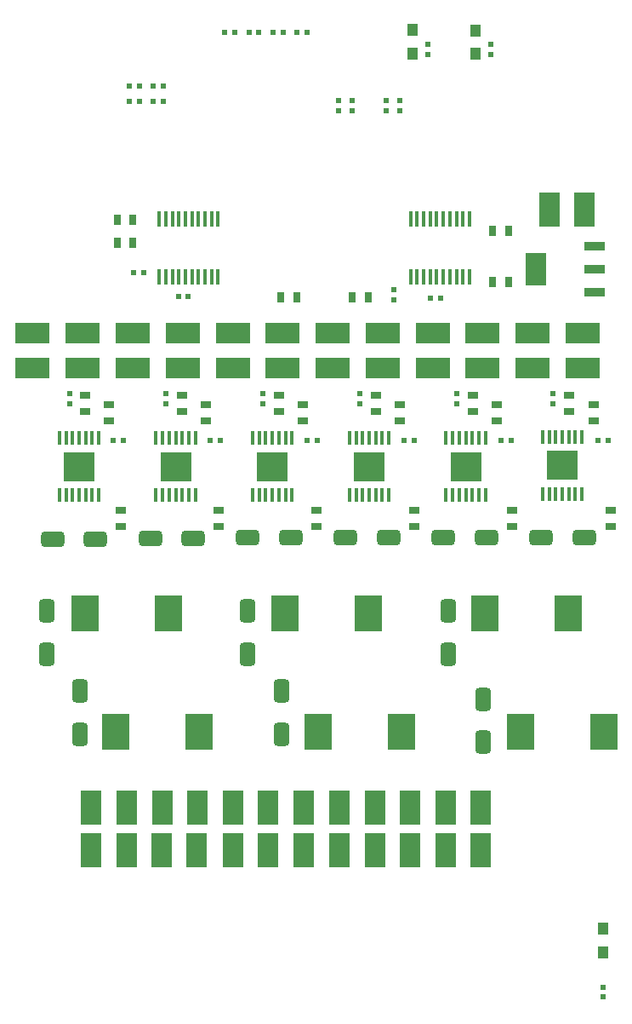
<source format=gtp>
G04*
G04 #@! TF.GenerationSoftware,Altium Limited,Altium Designer,20.0.13 (296)*
G04*
G04 Layer_Color=8421504*
%FSLAX44Y44*%
%MOMM*%
G71*
G01*
G75*
%ADD19R,0.6000X0.5000*%
%ADD20R,0.5000X0.6000*%
%ADD21R,0.8000X1.0000*%
%ADD22R,1.0000X0.8000*%
%ADD23R,3.0988X2.9972*%
%ADD24R,0.3556X1.4224*%
G04:AMPARAMS|DCode=25|XSize=2.33mm|YSize=1.55mm|CornerRadius=0.3875mm|HoleSize=0mm|Usage=FLASHONLY|Rotation=180.000|XOffset=0mm|YOffset=0mm|HoleType=Round|Shape=RoundedRectangle|*
%AMROUNDEDRECTD25*
21,1,2.3300,0.7750,0,0,180.0*
21,1,1.5550,1.5500,0,0,180.0*
1,1,0.7750,-0.7775,0.3875*
1,1,0.7750,0.7775,0.3875*
1,1,0.7750,0.7775,-0.3875*
1,1,0.7750,-0.7775,-0.3875*
%
%ADD25ROUNDEDRECTD25*%
%ADD26R,3.5000X2.1500*%
%ADD27R,0.4100X1.5600*%
%ADD28R,1.1000X1.2500*%
%ADD29R,2.1500X3.5000*%
%ADD30R,2.1500X3.2500*%
%ADD31R,2.1500X0.9500*%
G04:AMPARAMS|DCode=32|XSize=2.33mm|YSize=1.55mm|CornerRadius=0.3875mm|HoleSize=0mm|Usage=FLASHONLY|Rotation=270.000|XOffset=0mm|YOffset=0mm|HoleType=Round|Shape=RoundedRectangle|*
%AMROUNDEDRECTD32*
21,1,2.3300,0.7750,0,0,270.0*
21,1,1.5550,1.5500,0,0,270.0*
1,1,0.7750,-0.3875,-0.7775*
1,1,0.7750,-0.3875,0.7775*
1,1,0.7750,0.3875,0.7775*
1,1,0.7750,0.3875,-0.7775*
%
%ADD32ROUNDEDRECTD32*%
%ADD33R,2.7000X3.6000*%
D19*
X405000Y971500D02*
D03*
Y961500D02*
D03*
X391250Y971500D02*
D03*
Y961500D02*
D03*
X358000Y971500D02*
D03*
Y961500D02*
D03*
X344000Y971500D02*
D03*
Y961500D02*
D03*
X557750Y680750D02*
D03*
Y670750D02*
D03*
X76500Y680750D02*
D03*
Y670750D02*
D03*
X432750Y1017900D02*
D03*
Y1027900D02*
D03*
X496000Y1017400D02*
D03*
Y1027400D02*
D03*
X607500Y90750D02*
D03*
Y80750D02*
D03*
X399000Y773500D02*
D03*
Y783500D02*
D03*
X172750Y670750D02*
D03*
Y680750D02*
D03*
X269000Y670750D02*
D03*
Y680750D02*
D03*
X365250Y670750D02*
D03*
Y680750D02*
D03*
X461500Y670750D02*
D03*
Y680750D02*
D03*
D20*
X612500Y633750D02*
D03*
X602500D02*
D03*
X419600D02*
D03*
X409600D02*
D03*
X516050D02*
D03*
X506050D02*
D03*
X323150D02*
D03*
X313150D02*
D03*
X226700D02*
D03*
X216700D02*
D03*
X130250D02*
D03*
X120250D02*
D03*
X302750Y1039250D02*
D03*
X312750D02*
D03*
X278833D02*
D03*
X288833D02*
D03*
X231000D02*
D03*
X241000D02*
D03*
X254917D02*
D03*
X264917D02*
D03*
X136250Y986250D02*
D03*
X146250D02*
D03*
X159500D02*
D03*
X169500D02*
D03*
X136250Y971250D02*
D03*
X146250D02*
D03*
X159500D02*
D03*
X169500D02*
D03*
X445750Y775750D02*
D03*
X435750D02*
D03*
X194750Y776750D02*
D03*
X184750D02*
D03*
X140250Y801000D02*
D03*
X150250D02*
D03*
D21*
X123750Y830000D02*
D03*
X139750D02*
D03*
X286750Y776500D02*
D03*
X302750D02*
D03*
X513500Y791750D02*
D03*
X497500D02*
D03*
X123750Y853500D02*
D03*
X139750D02*
D03*
X374000Y776500D02*
D03*
X358000D02*
D03*
X513500Y842250D02*
D03*
X497500D02*
D03*
D22*
X127750Y564750D02*
D03*
Y548750D02*
D03*
X574000Y678500D02*
D03*
Y662500D02*
D03*
X598500Y669750D02*
D03*
Y653750D02*
D03*
X614750Y564750D02*
D03*
Y548750D02*
D03*
X116000Y669750D02*
D03*
Y653750D02*
D03*
X92250Y678750D02*
D03*
Y662750D02*
D03*
X212500Y653750D02*
D03*
Y669750D02*
D03*
X309000Y653750D02*
D03*
Y669750D02*
D03*
X405500Y653750D02*
D03*
Y669750D02*
D03*
X502000Y653750D02*
D03*
Y669750D02*
D03*
X188600Y662750D02*
D03*
Y678750D02*
D03*
X284950Y662750D02*
D03*
Y678750D02*
D03*
X381300Y662750D02*
D03*
Y678750D02*
D03*
X477650Y662750D02*
D03*
Y678750D02*
D03*
X225150Y548750D02*
D03*
Y564750D02*
D03*
X322550Y548750D02*
D03*
Y564750D02*
D03*
X419950Y548750D02*
D03*
Y564750D02*
D03*
X517350Y548750D02*
D03*
Y564750D02*
D03*
D23*
X567058Y609198D02*
D03*
X85942Y607948D02*
D03*
X182165D02*
D03*
X278388D02*
D03*
X374612D02*
D03*
X470835D02*
D03*
D24*
X547500Y637646D02*
D03*
X554104D02*
D03*
X560454D02*
D03*
X567058D02*
D03*
X573662D02*
D03*
X580012D02*
D03*
X586616D02*
D03*
Y580750D02*
D03*
X580012D02*
D03*
X573662D02*
D03*
X567058D02*
D03*
X560454D02*
D03*
X554104D02*
D03*
X547500D02*
D03*
X66384Y636396D02*
D03*
X72988D02*
D03*
X79338D02*
D03*
X85942D02*
D03*
X92546D02*
D03*
X98896D02*
D03*
X105500D02*
D03*
Y579500D02*
D03*
X98896D02*
D03*
X92546D02*
D03*
X85942D02*
D03*
X79338D02*
D03*
X72988D02*
D03*
X66384D02*
D03*
X162607D02*
D03*
X169211D02*
D03*
X175561D02*
D03*
X182165D02*
D03*
X188769D02*
D03*
X195119D02*
D03*
X201723D02*
D03*
Y636396D02*
D03*
X195119D02*
D03*
X188769D02*
D03*
X182165D02*
D03*
X175561D02*
D03*
X169211D02*
D03*
X162607D02*
D03*
X258830Y579500D02*
D03*
X265434D02*
D03*
X271784D02*
D03*
X278388D02*
D03*
X284992D02*
D03*
X291342D02*
D03*
X297946D02*
D03*
Y636396D02*
D03*
X291342D02*
D03*
X284992D02*
D03*
X278388D02*
D03*
X271784D02*
D03*
X265434D02*
D03*
X258830D02*
D03*
X355053Y579500D02*
D03*
X361657D02*
D03*
X368008D02*
D03*
X374612D02*
D03*
X381216D02*
D03*
X387565D02*
D03*
X394170D02*
D03*
Y636396D02*
D03*
X387565D02*
D03*
X381216D02*
D03*
X374612D02*
D03*
X368008D02*
D03*
X361657D02*
D03*
X355053D02*
D03*
X451277Y579500D02*
D03*
X457881D02*
D03*
X464231D02*
D03*
X470835D02*
D03*
X477439D02*
D03*
X483789D02*
D03*
X490393D02*
D03*
Y636396D02*
D03*
X483789D02*
D03*
X477439D02*
D03*
X470835D02*
D03*
X464231D02*
D03*
X457881D02*
D03*
X451277D02*
D03*
D25*
X545900Y537750D02*
D03*
X588600D02*
D03*
X59400Y535500D02*
D03*
X102100D02*
D03*
X199400Y536250D02*
D03*
X156700D02*
D03*
X296700Y537750D02*
D03*
X254000D02*
D03*
X394000D02*
D03*
X351300D02*
D03*
X491300D02*
D03*
X448600D02*
D03*
D26*
X39750Y740750D02*
D03*
Y705750D02*
D03*
X587250Y740750D02*
D03*
Y705750D02*
D03*
X487705D02*
D03*
Y740750D02*
D03*
X338386Y705750D02*
D03*
Y740750D02*
D03*
X238841Y705750D02*
D03*
Y740750D02*
D03*
X139296Y705750D02*
D03*
Y740750D02*
D03*
X537477Y705750D02*
D03*
Y740750D02*
D03*
X437932Y705750D02*
D03*
Y740750D02*
D03*
X388159Y705750D02*
D03*
Y740750D02*
D03*
X288614Y705750D02*
D03*
Y740750D02*
D03*
X189068Y705750D02*
D03*
Y740750D02*
D03*
X89523Y705750D02*
D03*
Y740750D02*
D03*
D27*
X165750Y854050D02*
D03*
X172250D02*
D03*
X178750D02*
D03*
X185250D02*
D03*
X191750D02*
D03*
X198250D02*
D03*
X204750D02*
D03*
X211250D02*
D03*
X217750D02*
D03*
X224250D02*
D03*
Y796450D02*
D03*
X217750D02*
D03*
X211250D02*
D03*
X204750D02*
D03*
X198250D02*
D03*
X191750D02*
D03*
X185250D02*
D03*
X178750D02*
D03*
X172250D02*
D03*
X165750D02*
D03*
X416000Y854050D02*
D03*
X422500D02*
D03*
X429000D02*
D03*
X435500D02*
D03*
X442000D02*
D03*
X448500D02*
D03*
X455000D02*
D03*
X461500D02*
D03*
X468000D02*
D03*
X474500D02*
D03*
Y796450D02*
D03*
X468000D02*
D03*
X461500D02*
D03*
X455000D02*
D03*
X448500D02*
D03*
X442000D02*
D03*
X435500D02*
D03*
X429000D02*
D03*
X422500D02*
D03*
X416000D02*
D03*
D28*
X417652Y1018750D02*
D03*
Y1041750D02*
D03*
X480701Y1018250D02*
D03*
Y1041250D02*
D03*
X607556Y148500D02*
D03*
Y125500D02*
D03*
D29*
X589250Y863500D02*
D03*
X554250D02*
D03*
X450750Y269250D02*
D03*
X485750D02*
D03*
X450750Y226750D02*
D03*
X485750D02*
D03*
X98250D02*
D03*
X133250D02*
D03*
X98250Y269250D02*
D03*
X133250D02*
D03*
X168000Y226750D02*
D03*
X203000D02*
D03*
X168750Y269250D02*
D03*
X203750D02*
D03*
X239250Y226750D02*
D03*
X274250D02*
D03*
X239250Y269250D02*
D03*
X274250D02*
D03*
X309750Y226750D02*
D03*
X344750D02*
D03*
X309750Y269250D02*
D03*
X344750D02*
D03*
X380250Y227000D02*
D03*
X415250D02*
D03*
X380250Y269250D02*
D03*
X415250D02*
D03*
D30*
X541000Y804000D02*
D03*
D31*
X599000Y827000D02*
D03*
Y804000D02*
D03*
Y781000D02*
D03*
D32*
X487750Y376735D02*
D03*
Y334035D02*
D03*
X287750Y384719D02*
D03*
Y342019D02*
D03*
X87000Y384719D02*
D03*
Y342019D02*
D03*
X54000Y464481D02*
D03*
Y421781D02*
D03*
X453500Y464481D02*
D03*
Y421781D02*
D03*
X253250Y464481D02*
D03*
Y421781D02*
D03*
D33*
X205750Y344750D02*
D03*
X122750D02*
D03*
X174750Y461750D02*
D03*
X91750D02*
D03*
X374000D02*
D03*
X291000D02*
D03*
X573250D02*
D03*
X490250D02*
D03*
X608250Y344750D02*
D03*
X525250D02*
D03*
X407000D02*
D03*
X324000D02*
D03*
M02*

</source>
